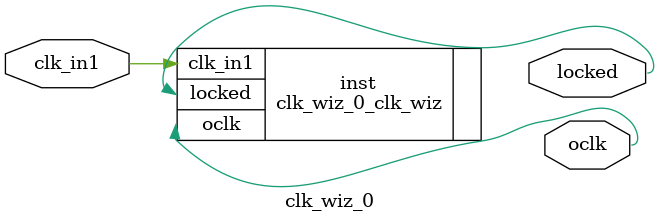
<source format=v>


`timescale 1ps/1ps

(* CORE_GENERATION_INFO = "clk_wiz_0,clk_wiz_v6_0_6_0_0,{component_name=clk_wiz_0,use_phase_alignment=true,use_min_o_jitter=false,use_max_i_jitter=false,use_dyn_phase_shift=false,use_inclk_switchover=false,use_dyn_reconfig=false,enable_axi=0,feedback_source=FDBK_AUTO,PRIMITIVE=MMCM,num_out_clk=1,clkin1_period=10.000,clkin2_period=10.000,use_power_down=false,use_reset=false,use_locked=true,use_inclk_stopped=false,feedback_type=SINGLE,CLOCK_MGR_TYPE=NA,manual_override=false}" *)

module clk_wiz_0 
 (
  // Clock out ports
  output        oclk,
  // Status and control signals
  output        locked,
 // Clock in ports
  input         clk_in1
 );

  clk_wiz_0_clk_wiz inst
  (
  // Clock out ports  
  .oclk(oclk),
  // Status and control signals               
  .locked(locked),
 // Clock in ports
  .clk_in1(clk_in1)
  );

endmodule

</source>
